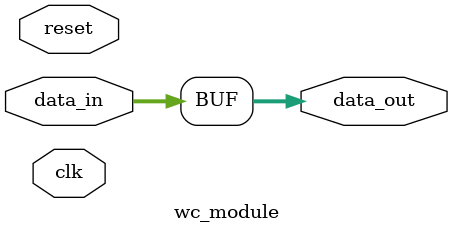
<source format=sv>
module top;

    // Define  signals
    logic clk;
    logic reset;
    logic [3:0] data_in;
    logic [3:0] data_out;

    // Instantiate the `wc_module` with explicit connections
    wc_module dut (
        .clk(clk),
        .reset(reset),
        .data_in(data_in),
        .data_out(data_out)
    );

endmodule

module wc_module (
    input logic clk,
    input logic reset,
    input logic [3:0] data_in,
    output logic [3:0] data_out
);
    // Module logic
    assign data_out = data_in;
endmodule


</source>
